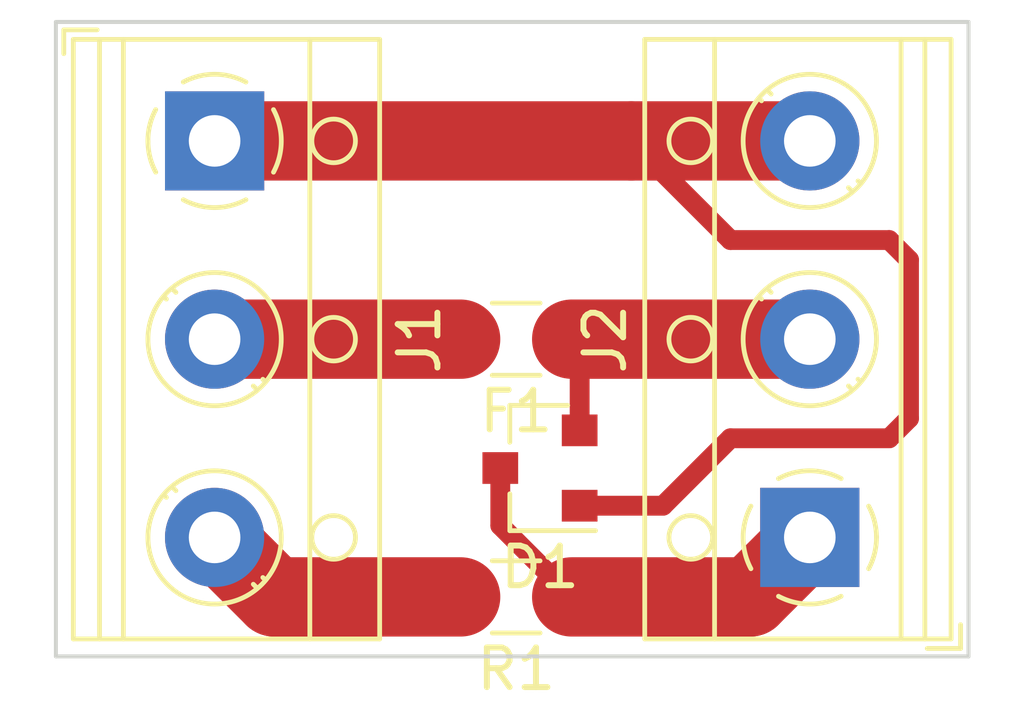
<source format=kicad_pcb>
(kicad_pcb (version 20171130) (host pcbnew "(5.1.0)-1")

  (general
    (thickness 1.6)
    (drawings 4)
    (tracks 20)
    (zones 0)
    (modules 5)
    (nets 6)
  )

  (page A4)
  (layers
    (0 F.Cu signal)
    (31 B.Cu signal)
    (32 B.Adhes user)
    (33 F.Adhes user)
    (34 B.Paste user)
    (35 F.Paste user)
    (36 B.SilkS user)
    (37 F.SilkS user)
    (38 B.Mask user)
    (39 F.Mask user)
    (40 Dwgs.User user)
    (41 Cmts.User user)
    (42 Eco1.User user)
    (43 Eco2.User user)
    (44 Edge.Cuts user)
    (45 Margin user)
    (46 B.CrtYd user)
    (47 F.CrtYd user)
    (48 B.Fab user)
    (49 F.Fab user)
  )

  (setup
    (last_trace_width 0.5)
    (user_trace_width 0.5)
    (user_trace_width 1)
    (user_trace_width 2)
    (trace_clearance 0.2)
    (zone_clearance 0.508)
    (zone_45_only no)
    (trace_min 0.2)
    (via_size 0.8)
    (via_drill 0.4)
    (via_min_size 0.4)
    (via_min_drill 0.3)
    (uvia_size 0.3)
    (uvia_drill 0.1)
    (uvias_allowed no)
    (uvia_min_size 0.2)
    (uvia_min_drill 0.1)
    (edge_width 0.05)
    (segment_width 0.2)
    (pcb_text_width 0.3)
    (pcb_text_size 1.5 1.5)
    (mod_edge_width 0.12)
    (mod_text_size 1 1)
    (mod_text_width 0.15)
    (pad_size 1.524 1.524)
    (pad_drill 0.762)
    (pad_to_mask_clearance 0.051)
    (solder_mask_min_width 0.25)
    (aux_axis_origin 0 0)
    (visible_elements FFFFFF7F)
    (pcbplotparams
      (layerselection 0x010fc_ffffffff)
      (usegerberextensions false)
      (usegerberattributes false)
      (usegerberadvancedattributes false)
      (creategerberjobfile false)
      (excludeedgelayer true)
      (linewidth 0.100000)
      (plotframeref false)
      (viasonmask false)
      (mode 1)
      (useauxorigin false)
      (hpglpennumber 1)
      (hpglpenspeed 20)
      (hpglpendiameter 15.000000)
      (psnegative false)
      (psa4output false)
      (plotreference true)
      (plotvalue true)
      (plotinvisibletext false)
      (padsonsilk false)
      (subtractmaskfromsilk false)
      (outputformat 1)
      (mirror false)
      (drillshape 1)
      (scaleselection 1)
      (outputdirectory ""))
  )

  (net 0 "")
  (net 1 GND)
  (net 2 /PWM_IN)
  (net 3 /PWM_OUT)
  (net 4 +5V)
  (net 5 "Net-(F1-Pad2)")

  (net_class Default "To jest domyślna klasa połączeń."
    (clearance 0.2)
    (trace_width 0.25)
    (via_dia 0.8)
    (via_drill 0.4)
    (uvia_dia 0.3)
    (uvia_drill 0.1)
    (add_net +5V)
    (add_net /PWM_IN)
    (add_net /PWM_OUT)
    (add_net GND)
    (add_net "Net-(F1-Pad2)")
  )

  (module Fuse:Fuse_1206_3216Metric (layer F.Cu) (tedit 5B301BBE) (tstamp 5CF87DF6)
    (at 72.6 40 180)
    (descr "Fuse SMD 1206 (3216 Metric), square (rectangular) end terminal, IPC_7351 nominal, (Body size source: http://www.tortai-tech.com/upload/download/2011102023233369053.pdf), generated with kicad-footprint-generator")
    (tags resistor)
    (path /5CF9F136)
    (attr smd)
    (fp_text reference F1 (at 0 -1.82 180) (layer F.SilkS)
      (effects (font (size 1 1) (thickness 0.15)))
    )
    (fp_text value Fuse (at 0 1.82 180) (layer F.Fab)
      (effects (font (size 1 1) (thickness 0.15)))
    )
    (fp_line (start -1.6 0.8) (end -1.6 -0.8) (layer F.Fab) (width 0.1))
    (fp_line (start -1.6 -0.8) (end 1.6 -0.8) (layer F.Fab) (width 0.1))
    (fp_line (start 1.6 -0.8) (end 1.6 0.8) (layer F.Fab) (width 0.1))
    (fp_line (start 1.6 0.8) (end -1.6 0.8) (layer F.Fab) (width 0.1))
    (fp_line (start -0.602064 -0.91) (end 0.602064 -0.91) (layer F.SilkS) (width 0.12))
    (fp_line (start -0.602064 0.91) (end 0.602064 0.91) (layer F.SilkS) (width 0.12))
    (fp_line (start -2.28 1.12) (end -2.28 -1.12) (layer F.CrtYd) (width 0.05))
    (fp_line (start -2.28 -1.12) (end 2.28 -1.12) (layer F.CrtYd) (width 0.05))
    (fp_line (start 2.28 -1.12) (end 2.28 1.12) (layer F.CrtYd) (width 0.05))
    (fp_line (start 2.28 1.12) (end -2.28 1.12) (layer F.CrtYd) (width 0.05))
    (fp_text user %R (at 0 0 180) (layer F.Fab)
      (effects (font (size 0.8 0.8) (thickness 0.12)))
    )
    (pad 1 smd roundrect (at -1.4 0 180) (size 1.25 1.75) (layers F.Cu F.Paste F.Mask) (roundrect_rratio 0.2)
      (net 4 +5V))
    (pad 2 smd roundrect (at 1.4 0 180) (size 1.25 1.75) (layers F.Cu F.Paste F.Mask) (roundrect_rratio 0.2)
      (net 5 "Net-(F1-Pad2)"))
    (model ${KISYS3DMOD}/Fuse.3dshapes/Fuse_1206_3216Metric.wrl
      (at (xyz 0 0 0))
      (scale (xyz 1 1 1))
      (rotate (xyz 0 0 0))
    )
  )

  (module Package_TO_SOT_SMD:SOT-23 (layer F.Cu) (tedit 5A02FF57) (tstamp 5CF87D99)
    (at 73.2 43.25 180)
    (descr "SOT-23, Standard")
    (tags SOT-23)
    (path /5CF83676)
    (attr smd)
    (fp_text reference D1 (at 0 -2.5 180) (layer F.SilkS)
      (effects (font (size 1 1) (thickness 0.15)))
    )
    (fp_text value BAT54S (at 0 2.5 180) (layer F.Fab)
      (effects (font (size 1 1) (thickness 0.15)))
    )
    (fp_text user %R (at 0 0 90) (layer F.Fab)
      (effects (font (size 0.5 0.5) (thickness 0.075)))
    )
    (fp_line (start -0.7 -0.95) (end -0.7 1.5) (layer F.Fab) (width 0.1))
    (fp_line (start -0.15 -1.52) (end 0.7 -1.52) (layer F.Fab) (width 0.1))
    (fp_line (start -0.7 -0.95) (end -0.15 -1.52) (layer F.Fab) (width 0.1))
    (fp_line (start 0.7 -1.52) (end 0.7 1.52) (layer F.Fab) (width 0.1))
    (fp_line (start -0.7 1.52) (end 0.7 1.52) (layer F.Fab) (width 0.1))
    (fp_line (start 0.76 1.58) (end 0.76 0.65) (layer F.SilkS) (width 0.12))
    (fp_line (start 0.76 -1.58) (end 0.76 -0.65) (layer F.SilkS) (width 0.12))
    (fp_line (start -1.7 -1.75) (end 1.7 -1.75) (layer F.CrtYd) (width 0.05))
    (fp_line (start 1.7 -1.75) (end 1.7 1.75) (layer F.CrtYd) (width 0.05))
    (fp_line (start 1.7 1.75) (end -1.7 1.75) (layer F.CrtYd) (width 0.05))
    (fp_line (start -1.7 1.75) (end -1.7 -1.75) (layer F.CrtYd) (width 0.05))
    (fp_line (start 0.76 -1.58) (end -1.4 -1.58) (layer F.SilkS) (width 0.12))
    (fp_line (start 0.76 1.58) (end -0.7 1.58) (layer F.SilkS) (width 0.12))
    (pad 1 smd rect (at -1 -0.95 180) (size 0.9 0.8) (layers F.Cu F.Paste F.Mask)
      (net 1 GND))
    (pad 2 smd rect (at -1 0.95 180) (size 0.9 0.8) (layers F.Cu F.Paste F.Mask)
      (net 4 +5V))
    (pad 3 smd rect (at 1 0 180) (size 0.9 0.8) (layers F.Cu F.Paste F.Mask)
      (net 2 /PWM_IN))
    (model ${KISYS3DMOD}/Package_TO_SOT_SMD.3dshapes/SOT-23.wrl
      (at (xyz 0 0 0))
      (scale (xyz 1 1 1))
      (rotate (xyz 0 0 0))
    )
  )

  (module TerminalBlock_RND:TerminalBlock_RND_205-00013_1x03_P5.00mm_Horizontal (layer F.Cu) (tedit 5B294F52) (tstamp 5CF86BF3)
    (at 65 35 270)
    (descr "terminal block RND 205-00013, 3 pins, pitch 5mm, size 15x7.6mm^2, drill diamater 1.3mm, pad diameter 2.5mm, see http://cdn-reichelt.de/documents/datenblatt/C151/RND_205-00012_DB_EN.pdf, script-generated using https://github.com/pointhi/kicad-footprint-generator/scripts/TerminalBlock_RND")
    (tags "THT terminal block RND 205-00013 pitch 5mm size 15x7.6mm^2 drill 1.3mm pad 2.5mm")
    (path /5CF97C64)
    (fp_text reference J1 (at 5 -5.16 270) (layer F.SilkS)
      (effects (font (size 1 1) (thickness 0.15)))
    )
    (fp_text value Screw_Terminal_01x03 (at 5 4.56 270) (layer F.Fab)
      (effects (font (size 1 1) (thickness 0.15)))
    )
    (fp_text user %R (at 5 -5.16 270) (layer F.Fab)
      (effects (font (size 1 1) (thickness 0.15)))
    )
    (fp_line (start 13 -4.6) (end -3 -4.6) (layer F.CrtYd) (width 0.05))
    (fp_line (start 13 4) (end 13 -4.6) (layer F.CrtYd) (width 0.05))
    (fp_line (start -3 4) (end 13 4) (layer F.CrtYd) (width 0.05))
    (fp_line (start -3 -4.6) (end -3 4) (layer F.CrtYd) (width 0.05))
    (fp_line (start -2.8 3.8) (end -2.2 3.8) (layer F.SilkS) (width 0.12))
    (fp_line (start -2.8 2.96) (end -2.8 3.8) (layer F.SilkS) (width 0.12))
    (fp_line (start 8.82 0.976) (end 8.726 1.069) (layer F.SilkS) (width 0.12))
    (fp_line (start 11.07 -1.275) (end 11.011 -1.216) (layer F.SilkS) (width 0.12))
    (fp_line (start 8.99 1.216) (end 8.931 1.274) (layer F.SilkS) (width 0.12))
    (fp_line (start 11.275 -1.069) (end 11.181 -0.976) (layer F.SilkS) (width 0.12))
    (fp_line (start 10.955 -1.138) (end 8.863 0.955) (layer F.Fab) (width 0.1))
    (fp_line (start 11.138 -0.955) (end 9.046 1.138) (layer F.Fab) (width 0.1))
    (fp_line (start 3.82 0.976) (end 3.726 1.069) (layer F.SilkS) (width 0.12))
    (fp_line (start 6.07 -1.275) (end 6.011 -1.216) (layer F.SilkS) (width 0.12))
    (fp_line (start 3.99 1.216) (end 3.931 1.274) (layer F.SilkS) (width 0.12))
    (fp_line (start 6.275 -1.069) (end 6.181 -0.976) (layer F.SilkS) (width 0.12))
    (fp_line (start 5.955 -1.138) (end 3.863 0.955) (layer F.Fab) (width 0.1))
    (fp_line (start 6.138 -0.955) (end 4.046 1.138) (layer F.Fab) (width 0.1))
    (fp_line (start 0.955 -1.138) (end -1.138 0.955) (layer F.Fab) (width 0.1))
    (fp_line (start 1.138 -0.955) (end -0.955 1.138) (layer F.Fab) (width 0.1))
    (fp_line (start 12.56 -4.16) (end 12.56 3.561) (layer F.SilkS) (width 0.12))
    (fp_line (start -2.56 -4.16) (end -2.56 3.561) (layer F.SilkS) (width 0.12))
    (fp_line (start -2.56 3.561) (end 12.56 3.561) (layer F.SilkS) (width 0.12))
    (fp_line (start -2.56 -4.16) (end 12.56 -4.16) (layer F.SilkS) (width 0.12))
    (fp_line (start -2.56 -2.4) (end 12.56 -2.4) (layer F.SilkS) (width 0.12))
    (fp_line (start -2.5 -2.4) (end 12.5 -2.4) (layer F.Fab) (width 0.1))
    (fp_line (start -2.56 2.3) (end 12.56 2.3) (layer F.SilkS) (width 0.12))
    (fp_line (start -2.5 2.3) (end 12.5 2.3) (layer F.Fab) (width 0.1))
    (fp_line (start -2.56 2.9) (end 12.56 2.9) (layer F.SilkS) (width 0.12))
    (fp_line (start -2.5 2.9) (end 12.5 2.9) (layer F.Fab) (width 0.1))
    (fp_line (start -2.5 2.9) (end -2.5 -4.1) (layer F.Fab) (width 0.1))
    (fp_line (start -1.9 3.5) (end -2.5 2.9) (layer F.Fab) (width 0.1))
    (fp_line (start 12.5 3.5) (end -1.9 3.5) (layer F.Fab) (width 0.1))
    (fp_line (start 12.5 -4.1) (end 12.5 3.5) (layer F.Fab) (width 0.1))
    (fp_line (start -2.5 -4.1) (end 12.5 -4.1) (layer F.Fab) (width 0.1))
    (fp_circle (center 10 -3) (end 10.55 -3) (layer F.SilkS) (width 0.12))
    (fp_circle (center 10 -3) (end 10.55 -3) (layer F.Fab) (width 0.1))
    (fp_circle (center 10 0) (end 11.68 0) (layer F.SilkS) (width 0.12))
    (fp_circle (center 10 0) (end 11.5 0) (layer F.Fab) (width 0.1))
    (fp_circle (center 5 -3) (end 5.55 -3) (layer F.SilkS) (width 0.12))
    (fp_circle (center 5 -3) (end 5.55 -3) (layer F.Fab) (width 0.1))
    (fp_circle (center 5 0) (end 6.68 0) (layer F.SilkS) (width 0.12))
    (fp_circle (center 5 0) (end 6.5 0) (layer F.Fab) (width 0.1))
    (fp_circle (center 0 -3) (end 0.55 -3) (layer F.SilkS) (width 0.12))
    (fp_circle (center 0 -3) (end 0.55 -3) (layer F.Fab) (width 0.1))
    (fp_circle (center 0 0) (end 1.5 0) (layer F.Fab) (width 0.1))
    (fp_arc (start 0 0) (end -0.789 1.484) (angle -29) (layer F.SilkS) (width 0.12))
    (fp_arc (start 0 0) (end -1.484 -0.789) (angle -56) (layer F.SilkS) (width 0.12))
    (fp_arc (start 0 0) (end 0.789 -1.484) (angle -56) (layer F.SilkS) (width 0.12))
    (fp_arc (start 0 0) (end 1.484 0.789) (angle -56) (layer F.SilkS) (width 0.12))
    (fp_arc (start 0 0) (end 0 1.68) (angle -28) (layer F.SilkS) (width 0.12))
    (pad 3 thru_hole circle (at 10 0 270) (size 2.5 2.5) (drill 1.3) (layers *.Cu *.Mask)
      (net 3 /PWM_OUT))
    (pad 2 thru_hole circle (at 5 0 270) (size 2.5 2.5) (drill 1.3) (layers *.Cu *.Mask)
      (net 5 "Net-(F1-Pad2)"))
    (pad 1 thru_hole rect (at 0 0 270) (size 2.5 2.5) (drill 1.3) (layers *.Cu *.Mask)
      (net 1 GND))
    (model ${KISYS3DMOD}/TerminalBlock_RND.3dshapes/TerminalBlock_RND_205-00013_1x03_P5.00mm_Horizontal.wrl
      (at (xyz 0 0 0))
      (scale (xyz 1 1 1))
      (rotate (xyz 0 0 0))
    )
  )

  (module TerminalBlock_RND:TerminalBlock_RND_205-00013_1x03_P5.00mm_Horizontal (layer F.Cu) (tedit 5B294F52) (tstamp 5CF86C2E)
    (at 80 45 90)
    (descr "terminal block RND 205-00013, 3 pins, pitch 5mm, size 15x7.6mm^2, drill diamater 1.3mm, pad diameter 2.5mm, see http://cdn-reichelt.de/documents/datenblatt/C151/RND_205-00012_DB_EN.pdf, script-generated using https://github.com/pointhi/kicad-footprint-generator/scripts/TerminalBlock_RND")
    (tags "THT terminal block RND 205-00013 pitch 5mm size 15x7.6mm^2 drill 1.3mm pad 2.5mm")
    (path /5CF968DE)
    (fp_text reference J2 (at 5 -5.16 90) (layer F.SilkS)
      (effects (font (size 1 1) (thickness 0.15)))
    )
    (fp_text value Screw_Terminal_01x03 (at 5 4.56 90) (layer F.Fab)
      (effects (font (size 1 1) (thickness 0.15)))
    )
    (fp_arc (start 0 0) (end 0 1.68) (angle -28) (layer F.SilkS) (width 0.12))
    (fp_arc (start 0 0) (end 1.484 0.789) (angle -56) (layer F.SilkS) (width 0.12))
    (fp_arc (start 0 0) (end 0.789 -1.484) (angle -56) (layer F.SilkS) (width 0.12))
    (fp_arc (start 0 0) (end -1.484 -0.789) (angle -56) (layer F.SilkS) (width 0.12))
    (fp_arc (start 0 0) (end -0.789 1.484) (angle -29) (layer F.SilkS) (width 0.12))
    (fp_circle (center 0 0) (end 1.5 0) (layer F.Fab) (width 0.1))
    (fp_circle (center 0 -3) (end 0.55 -3) (layer F.Fab) (width 0.1))
    (fp_circle (center 0 -3) (end 0.55 -3) (layer F.SilkS) (width 0.12))
    (fp_circle (center 5 0) (end 6.5 0) (layer F.Fab) (width 0.1))
    (fp_circle (center 5 0) (end 6.68 0) (layer F.SilkS) (width 0.12))
    (fp_circle (center 5 -3) (end 5.55 -3) (layer F.Fab) (width 0.1))
    (fp_circle (center 5 -3) (end 5.55 -3) (layer F.SilkS) (width 0.12))
    (fp_circle (center 10 0) (end 11.5 0) (layer F.Fab) (width 0.1))
    (fp_circle (center 10 0) (end 11.68 0) (layer F.SilkS) (width 0.12))
    (fp_circle (center 10 -3) (end 10.55 -3) (layer F.Fab) (width 0.1))
    (fp_circle (center 10 -3) (end 10.55 -3) (layer F.SilkS) (width 0.12))
    (fp_line (start -2.5 -4.1) (end 12.5 -4.1) (layer F.Fab) (width 0.1))
    (fp_line (start 12.5 -4.1) (end 12.5 3.5) (layer F.Fab) (width 0.1))
    (fp_line (start 12.5 3.5) (end -1.9 3.5) (layer F.Fab) (width 0.1))
    (fp_line (start -1.9 3.5) (end -2.5 2.9) (layer F.Fab) (width 0.1))
    (fp_line (start -2.5 2.9) (end -2.5 -4.1) (layer F.Fab) (width 0.1))
    (fp_line (start -2.5 2.9) (end 12.5 2.9) (layer F.Fab) (width 0.1))
    (fp_line (start -2.56 2.9) (end 12.56 2.9) (layer F.SilkS) (width 0.12))
    (fp_line (start -2.5 2.3) (end 12.5 2.3) (layer F.Fab) (width 0.1))
    (fp_line (start -2.56 2.3) (end 12.56 2.3) (layer F.SilkS) (width 0.12))
    (fp_line (start -2.5 -2.4) (end 12.5 -2.4) (layer F.Fab) (width 0.1))
    (fp_line (start -2.56 -2.4) (end 12.56 -2.4) (layer F.SilkS) (width 0.12))
    (fp_line (start -2.56 -4.16) (end 12.56 -4.16) (layer F.SilkS) (width 0.12))
    (fp_line (start -2.56 3.561) (end 12.56 3.561) (layer F.SilkS) (width 0.12))
    (fp_line (start -2.56 -4.16) (end -2.56 3.561) (layer F.SilkS) (width 0.12))
    (fp_line (start 12.56 -4.16) (end 12.56 3.561) (layer F.SilkS) (width 0.12))
    (fp_line (start 1.138 -0.955) (end -0.955 1.138) (layer F.Fab) (width 0.1))
    (fp_line (start 0.955 -1.138) (end -1.138 0.955) (layer F.Fab) (width 0.1))
    (fp_line (start 6.138 -0.955) (end 4.046 1.138) (layer F.Fab) (width 0.1))
    (fp_line (start 5.955 -1.138) (end 3.863 0.955) (layer F.Fab) (width 0.1))
    (fp_line (start 6.275 -1.069) (end 6.181 -0.976) (layer F.SilkS) (width 0.12))
    (fp_line (start 3.99 1.216) (end 3.931 1.274) (layer F.SilkS) (width 0.12))
    (fp_line (start 6.07 -1.275) (end 6.011 -1.216) (layer F.SilkS) (width 0.12))
    (fp_line (start 3.82 0.976) (end 3.726 1.069) (layer F.SilkS) (width 0.12))
    (fp_line (start 11.138 -0.955) (end 9.046 1.138) (layer F.Fab) (width 0.1))
    (fp_line (start 10.955 -1.138) (end 8.863 0.955) (layer F.Fab) (width 0.1))
    (fp_line (start 11.275 -1.069) (end 11.181 -0.976) (layer F.SilkS) (width 0.12))
    (fp_line (start 8.99 1.216) (end 8.931 1.274) (layer F.SilkS) (width 0.12))
    (fp_line (start 11.07 -1.275) (end 11.011 -1.216) (layer F.SilkS) (width 0.12))
    (fp_line (start 8.82 0.976) (end 8.726 1.069) (layer F.SilkS) (width 0.12))
    (fp_line (start -2.8 2.96) (end -2.8 3.8) (layer F.SilkS) (width 0.12))
    (fp_line (start -2.8 3.8) (end -2.2 3.8) (layer F.SilkS) (width 0.12))
    (fp_line (start -3 -4.6) (end -3 4) (layer F.CrtYd) (width 0.05))
    (fp_line (start -3 4) (end 13 4) (layer F.CrtYd) (width 0.05))
    (fp_line (start 13 4) (end 13 -4.6) (layer F.CrtYd) (width 0.05))
    (fp_line (start 13 -4.6) (end -3 -4.6) (layer F.CrtYd) (width 0.05))
    (fp_text user %R (at 5 -5.16 90) (layer F.Fab)
      (effects (font (size 1 1) (thickness 0.15)))
    )
    (pad 1 thru_hole rect (at 0 0 90) (size 2.5 2.5) (drill 1.3) (layers *.Cu *.Mask)
      (net 2 /PWM_IN))
    (pad 2 thru_hole circle (at 5 0 90) (size 2.5 2.5) (drill 1.3) (layers *.Cu *.Mask)
      (net 4 +5V))
    (pad 3 thru_hole circle (at 10 0 90) (size 2.5 2.5) (drill 1.3) (layers *.Cu *.Mask)
      (net 1 GND))
    (model ${KISYS3DMOD}/TerminalBlock_RND.3dshapes/TerminalBlock_RND_205-00013_1x03_P5.00mm_Horizontal.wrl
      (at (xyz 0 0 0))
      (scale (xyz 1 1 1))
      (rotate (xyz 0 0 0))
    )
  )

  (module Resistor_SMD:R_1206_3216Metric (layer F.Cu) (tedit 5B301BBD) (tstamp 5CF87AAA)
    (at 72.6 46.5 180)
    (descr "Resistor SMD 1206 (3216 Metric), square (rectangular) end terminal, IPC_7351 nominal, (Body size source: http://www.tortai-tech.com/upload/download/2011102023233369053.pdf), generated with kicad-footprint-generator")
    (tags resistor)
    (path /5CF93B9C)
    (attr smd)
    (fp_text reference R1 (at 0 -1.82 180) (layer F.SilkS)
      (effects (font (size 1 1) (thickness 0.15)))
    )
    (fp_text value R (at 0 1.82 180) (layer F.Fab)
      (effects (font (size 1 1) (thickness 0.15)))
    )
    (fp_line (start -1.6 0.8) (end -1.6 -0.8) (layer F.Fab) (width 0.1))
    (fp_line (start -1.6 -0.8) (end 1.6 -0.8) (layer F.Fab) (width 0.1))
    (fp_line (start 1.6 -0.8) (end 1.6 0.8) (layer F.Fab) (width 0.1))
    (fp_line (start 1.6 0.8) (end -1.6 0.8) (layer F.Fab) (width 0.1))
    (fp_line (start -0.602064 -0.91) (end 0.602064 -0.91) (layer F.SilkS) (width 0.12))
    (fp_line (start -0.602064 0.91) (end 0.602064 0.91) (layer F.SilkS) (width 0.12))
    (fp_line (start -2.28 1.12) (end -2.28 -1.12) (layer F.CrtYd) (width 0.05))
    (fp_line (start -2.28 -1.12) (end 2.28 -1.12) (layer F.CrtYd) (width 0.05))
    (fp_line (start 2.28 -1.12) (end 2.28 1.12) (layer F.CrtYd) (width 0.05))
    (fp_line (start 2.28 1.12) (end -2.28 1.12) (layer F.CrtYd) (width 0.05))
    (fp_text user %R (at 0 0 180) (layer F.Fab)
      (effects (font (size 0.8 0.8) (thickness 0.12)))
    )
    (pad 1 smd roundrect (at -1.4 0 180) (size 1.25 1.75) (layers F.Cu F.Paste F.Mask) (roundrect_rratio 0.2)
      (net 2 /PWM_IN))
    (pad 2 smd roundrect (at 1.4 0 180) (size 1.25 1.75) (layers F.Cu F.Paste F.Mask) (roundrect_rratio 0.2)
      (net 3 /PWM_OUT))
    (model ${KISYS3DMOD}/Resistor_SMD.3dshapes/R_1206_3216Metric.wrl
      (at (xyz 0 0 0))
      (scale (xyz 1 1 1))
      (rotate (xyz 0 0 0))
    )
  )

  (gr_line (start 61 48) (end 84 48) (layer Edge.Cuts) (width 0.1))
  (gr_line (start 61 32) (end 61 48) (layer Edge.Cuts) (width 0.1))
  (gr_line (start 84 32) (end 61 32) (layer Edge.Cuts) (width 0.1))
  (gr_line (start 84 48) (end 84 32) (layer Edge.Cuts) (width 0.1))

  (segment (start 78 37.5) (end 75.5 35) (width 0.5) (layer F.Cu) (net 1))
  (segment (start 82 37.5) (end 78 37.5) (width 0.5) (layer F.Cu) (net 1))
  (segment (start 82.5 38) (end 82 37.5) (width 0.5) (layer F.Cu) (net 1))
  (segment (start 82.5 42) (end 82.5 38) (width 0.5) (layer F.Cu) (net 1))
  (segment (start 75.5 35) (end 80 35) (width 2) (layer F.Cu) (net 1))
  (segment (start 65 35) (end 75.5 35) (width 2) (layer F.Cu) (net 1))
  (segment (start 74.2 44.2) (end 76.3 44.2) (width 0.5) (layer F.Cu) (net 1))
  (segment (start 76.3 44.2) (end 78 42.5) (width 0.5) (layer F.Cu) (net 1))
  (segment (start 78 42.5) (end 82 42.5) (width 0.5) (layer F.Cu) (net 1))
  (segment (start 82 42.5) (end 82.5 42) (width 0.5) (layer F.Cu) (net 1))
  (segment (start 78.5 46.5) (end 80 45) (width 2) (layer F.Cu) (net 2))
  (segment (start 74 46.5) (end 78.5 46.5) (width 2) (layer F.Cu) (net 2))
  (segment (start 72.2 44.7) (end 74 46.5) (width 0.5) (layer F.Cu) (net 2))
  (segment (start 72.2 43.25) (end 72.2 44.7) (width 0.5) (layer F.Cu) (net 2))
  (segment (start 66.5 46.5) (end 65 45) (width 2) (layer F.Cu) (net 3))
  (segment (start 71.2 46.5) (end 66.5 46.5) (width 2) (layer F.Cu) (net 3))
  (segment (start 80 40) (end 74 40) (width 2) (layer F.Cu) (net 4))
  (segment (start 74.2 40.2) (end 74 40) (width 0.5) (layer F.Cu) (net 4))
  (segment (start 74.2 42.3) (end 74.2 40.2) (width 0.5) (layer F.Cu) (net 4))
  (segment (start 65 40) (end 71.2 40) (width 2) (layer F.Cu) (net 5))

)

</source>
